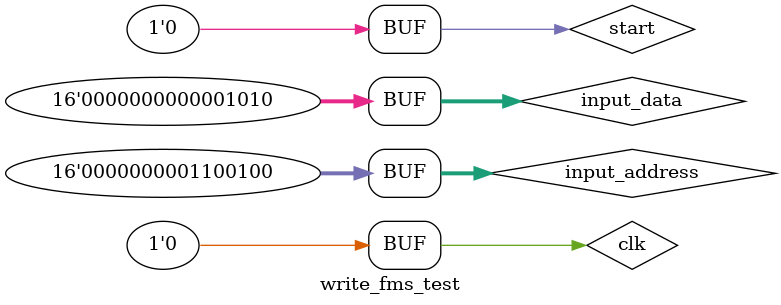
<source format=v>
`timescale 1ns / 1ps


module write_fms_test;

	// Inputs
	reg clk;
	reg [15:0] input_address;
	reg [15:0] input_data;
	reg start;

	// Outputs
	wire [15:0] sram_data;
	wire [15:0] sram_address;
	wire sram_cs;
	wire done;

	// Instantiate the Unit Under Test (UUT)
	write_fsm uut (
		.clk(clk), 
		.input_address(input_address), 
		.input_data(input_data), 
		.sram_data(sram_data), 
		.sram_address(sram_address), 
		.sram_cs(sram_cs), 
		.start(start), 
		.done(done)
	);

	initial begin
		// Initialize Inputs
		clk = 0;
		input_address = 0;
		input_data = 0;
		start = 0;

		// Wait 100 ns for global reset to finish
		#100;
        input_address = 100;
		input_data = 10;
        start = 1;
        clk = 1;
        #10
        clk = 0;
        start = 0;
        repeat(4) begin
            #10
            clk = 1;
            #10
            clk = 0;
        end		
		// Add stimulus here

	end
      
endmodule


</source>
